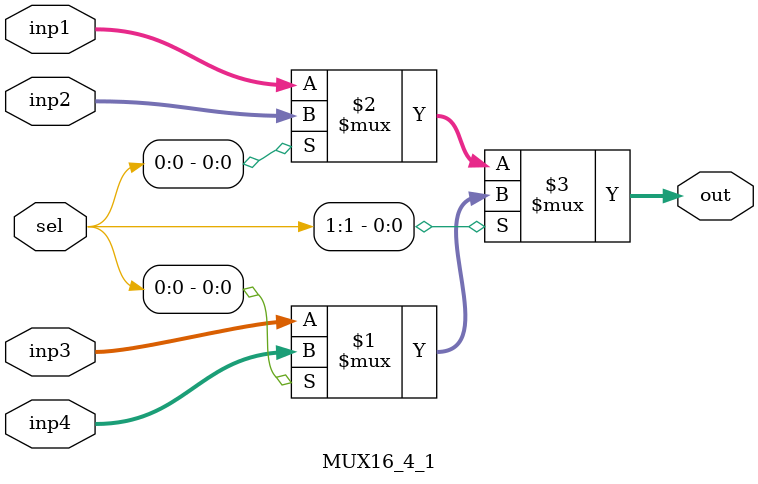
<source format=v>
`timescale 1ns / 1ps


module RF(
    input write,
    input clk,
    input reset_n,
    input [1:0] addr1,
    input [1:0] addr2,
    input [1:0] addr3,
    input [15:0] data3,
    output [15:0] data1,
    output [15:0] data2
    );


    // Registers (4)
    reg [15:0] registers [0:3];

    // data1 output selection mux.
    MUX16_4_1 mux1(
        .inp1(registers[0]),
        .inp2(registers[1]),
        .inp3(registers[2]),
        .inp4(registers[3]),
        .sel(addr1),
        .out(data1)
    );
    // data2 output selection mux.
    MUX16_4_1 mux2(
        .inp1(registers[0]),
        .inp2(registers[1]),
        .inp3(registers[2]),
        .inp4(registers[3]),
        .sel(addr2),
        .out(data2)
    );

    always @ (posedge clk) begin
        // reset all registers
        if (~reset_n) begin
            registers[0] <= 16'h0000;
            registers[1] <= 16'h0000;
            registers[2] <= 16'h0000;
            registers[3] <= 16'h0000;
        end
        // write enabled case
        else if (write) begin
            registers[addr3] <= data3;
        end
        // $display("reg0: %d", registers[0]);
        // $display("reg1: %d", registers[1]);
        // $display("reg2: %d", registers[2]);
        // $display("reg3: %d", registers[3]);
        // $display("%b", write);
    end


endmodule

module MUX16_4_1(
    input [15:0] inp1,
    input [15:0] inp2,
    input [15:0] inp3,
    input [15:0] inp4,
    input [1:0] sel,
    output [15:0] out
);
    /* 4 to 1 MUX
    INPUT:
        inp1   : (unsigned wire)   [16]    option
        inp2   : (unsigned wire)   [16]    option
        inp3   : (unsigned wire)   [16]    option
        inp4   : (unsigned wire)   [16]    option
        sel : (unsigned wire)   [2]     select
    
    OUTPUT:
        out : [16]    output chosen
    */
    assign out = sel[1:1]? (sel[0:0]? inp4 : inp3) : (sel[0:0]? inp2 : inp1);

endmodule

</source>
